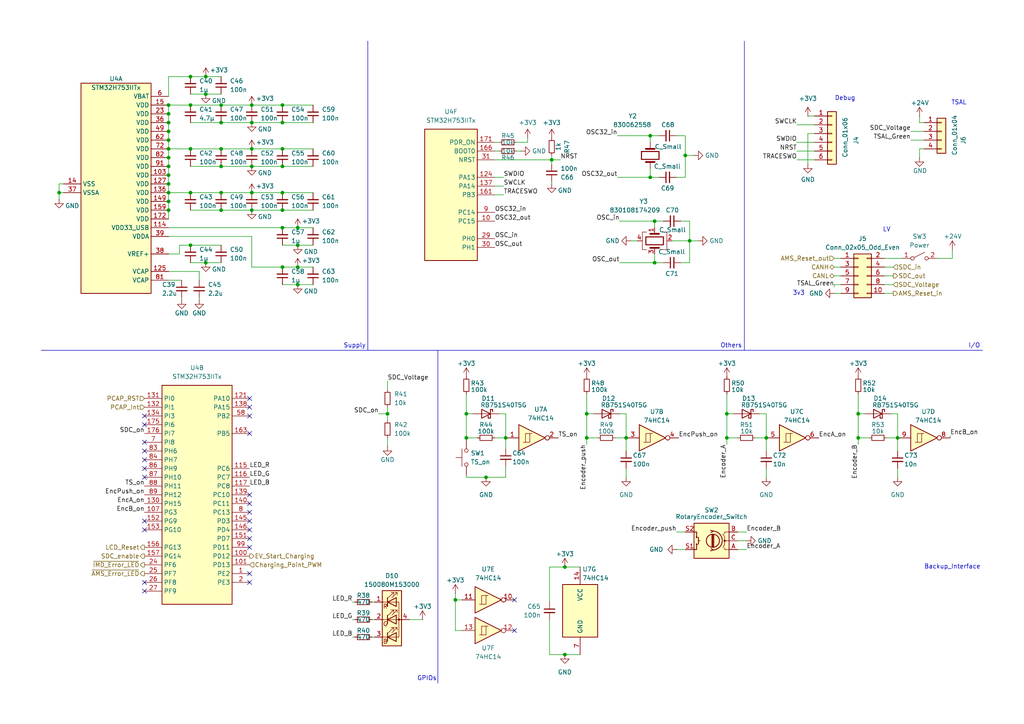
<source format=kicad_sch>
(kicad_sch
	(version 20231120)
	(generator "eeschema")
	(generator_version "8.0")
	(uuid "35b8a975-a1f8-4a47-8395-8e1ea283b386")
	(paper "A4")
	
	(junction
		(at 210.82 127)
		(diameter 0)
		(color 0 0 0 0)
		(uuid "03054f2e-9208-4716-83d7-1967059eae49")
	)
	(junction
		(at 170.18 120.015)
		(diameter 0)
		(color 0 0 0 0)
		(uuid "04edc9c4-6ba3-413b-80a1-5be3abfb178c")
	)
	(junction
		(at 48.895 58.42)
		(diameter 0)
		(color 0 0 0 0)
		(uuid "0639ff6d-0fa4-4a92-9101-ae69b2e89fd2")
	)
	(junction
		(at 135.255 127)
		(diameter 0)
		(color 0 0 0 0)
		(uuid "0da62957-c2c4-4942-91bd-ffb8d4251c5e")
	)
	(junction
		(at 59.69 22.225)
		(diameter 0)
		(color 0 0 0 0)
		(uuid "0fb52946-5285-4acc-80fc-8023aaa28b8f")
	)
	(junction
		(at 55.245 30.48)
		(diameter 0)
		(color 0 0 0 0)
		(uuid "1277a601-4d5f-42fb-a0c5-a1f18ba0016e")
	)
	(junction
		(at 260.35 127)
		(diameter 0)
		(color 0 0 0 0)
		(uuid "1ec9d057-6b69-4bff-b2f9-d0b216a47459")
	)
	(junction
		(at 181.61 127)
		(diameter 0)
		(color 0 0 0 0)
		(uuid "1fbd7fc5-8c6d-4ada-afcb-22c60ceb9e34")
	)
	(junction
		(at 132.08 173.99)
		(diameter 0)
		(color 0 0 0 0)
		(uuid "2372f2f0-8b6b-4ba0-8156-48184e2d7c4f")
	)
	(junction
		(at 163.83 164.465)
		(diameter 0)
		(color 0 0 0 0)
		(uuid "32af624e-2218-4443-87a1-2186e9d667d8")
	)
	(junction
		(at 248.92 120.015)
		(diameter 0)
		(color 0 0 0 0)
		(uuid "37d9dbe4-82b9-4615-805a-2f19a542c56e")
	)
	(junction
		(at 170.18 127)
		(diameter 0)
		(color 0 0 0 0)
		(uuid "384fafa7-2dc2-475f-b12a-20aa52e1d930")
	)
	(junction
		(at 112.395 120.015)
		(diameter 0)
		(color 0 0 0 0)
		(uuid "38d409b5-2312-4643-b1fc-fd0131fce598")
	)
	(junction
		(at 55.245 55.88)
		(diameter 0)
		(color 0 0 0 0)
		(uuid "3a44a5b6-35e6-477b-bf34-724cef99df7e")
	)
	(junction
		(at 48.895 30.48)
		(diameter 0)
		(color 0 0 0 0)
		(uuid "3b2e415b-e57a-4f5e-b680-987d6e0ee75d")
	)
	(junction
		(at 64.135 43.18)
		(diameter 0)
		(color 0 0 0 0)
		(uuid "412c5816-2822-46ca-a32f-61cb431bfe1e")
	)
	(junction
		(at 48.895 33.02)
		(diameter 0)
		(color 0 0 0 0)
		(uuid "430d2d22-0f07-45e6-a066-ebb18e98b45d")
	)
	(junction
		(at 81.915 77.47)
		(diameter 0)
		(color 0 0 0 0)
		(uuid "432f5d77-435d-4ec6-8d84-c3578eca972e")
	)
	(junction
		(at 73.025 48.26)
		(diameter 0)
		(color 0 0 0 0)
		(uuid "43f5a8a8-38be-4f74-81aa-71bbc42e5709")
	)
	(junction
		(at 248.92 127)
		(diameter 0)
		(color 0 0 0 0)
		(uuid "46587df5-c4cb-464f-b081-46b2e985f2df")
	)
	(junction
		(at 86.36 82.55)
		(diameter 0)
		(color 0 0 0 0)
		(uuid "4904ae19-57ee-4766-a793-026af6184969")
	)
	(junction
		(at 48.895 55.88)
		(diameter 0)
		(color 0 0 0 0)
		(uuid "4a33e8c1-b15f-4db0-b29d-1dd2148aad9a")
	)
	(junction
		(at 73.025 55.88)
		(diameter 0)
		(color 0 0 0 0)
		(uuid "4bd9b2ee-526d-4e54-8543-852c7a6f1074")
	)
	(junction
		(at 48.895 38.1)
		(diameter 0)
		(color 0 0 0 0)
		(uuid "4bef900f-dc66-42af-b560-e8cc8d6a6bce")
	)
	(junction
		(at 48.895 35.56)
		(diameter 0)
		(color 0 0 0 0)
		(uuid "4c2b925c-0792-420d-8f18-1f562d9b6ba2")
	)
	(junction
		(at 86.36 71.12)
		(diameter 0)
		(color 0 0 0 0)
		(uuid "4ff38491-b732-4bec-930a-4ca407ceb858")
	)
	(junction
		(at 198.755 45.085)
		(diameter 0)
		(color 0 0 0 0)
		(uuid "556ed635-fced-44e3-845c-f708c990d149")
	)
	(junction
		(at 163.83 189.865)
		(diameter 0)
		(color 0 0 0 0)
		(uuid "57546ade-761b-45ef-9890-daec7eb5d082")
	)
	(junction
		(at 81.915 66.04)
		(diameter 0)
		(color 0 0 0 0)
		(uuid "58f143f7-5a5b-4ff8-89cf-03a63964eb53")
	)
	(junction
		(at 189.865 64.135)
		(diameter 0)
		(color 0 0 0 0)
		(uuid "592f8bd9-4310-4fe4-b840-3718d5a08ff0")
	)
	(junction
		(at 73.025 35.56)
		(diameter 0)
		(color 0 0 0 0)
		(uuid "5a46c399-0f9f-4049-86b9-32bfb792b0a4")
	)
	(junction
		(at 55.245 22.225)
		(diameter 0)
		(color 0 0 0 0)
		(uuid "5ee7831a-b9cd-4699-8b90-ccd7a33a516a")
	)
	(junction
		(at 81.915 60.96)
		(diameter 0)
		(color 0 0 0 0)
		(uuid "62af3ba4-2380-4137-9c4c-8f703fa148db")
	)
	(junction
		(at 222.25 127)
		(diameter 0)
		(color 0 0 0 0)
		(uuid "68357784-7318-43f3-becd-152fcf669e7d")
	)
	(junction
		(at 73.025 30.48)
		(diameter 0)
		(color 0 0 0 0)
		(uuid "6b4ae941-68bd-4806-b564-6051c3e374f6")
	)
	(junction
		(at 48.895 45.72)
		(diameter 0)
		(color 0 0 0 0)
		(uuid "6e7d6e8b-008e-46f2-97bf-300e301fcdc5")
	)
	(junction
		(at 59.69 27.305)
		(diameter 0)
		(color 0 0 0 0)
		(uuid "84972f59-b0b8-441f-aae9-7917b0ac015f")
	)
	(junction
		(at 73.025 43.18)
		(diameter 0)
		(color 0 0 0 0)
		(uuid "84d185bd-171c-460f-91bf-66aa757880e7")
	)
	(junction
		(at 64.135 35.56)
		(diameter 0)
		(color 0 0 0 0)
		(uuid "8a3e42ba-433e-476e-bec8-923cd84f46fb")
	)
	(junction
		(at 48.895 50.8)
		(diameter 0)
		(color 0 0 0 0)
		(uuid "93864b3d-3224-4702-bf3d-2ed04340069c")
	)
	(junction
		(at 86.36 77.47)
		(diameter 0)
		(color 0 0 0 0)
		(uuid "9e0818cf-2913-43d0-81ad-5fd7c6a3ddb1")
	)
	(junction
		(at 140.97 138.43)
		(diameter 0)
		(color 0 0 0 0)
		(uuid "a2af58c6-5f1e-4b3e-b0c0-12a279005486")
	)
	(junction
		(at 64.135 48.26)
		(diameter 0)
		(color 0 0 0 0)
		(uuid "a8da62c7-b5b2-4a05-8568-ce944b258201")
	)
	(junction
		(at 189.865 76.2)
		(diameter 0)
		(color 0 0 0 0)
		(uuid "ac9f37a4-8446-4a5b-a6ff-9f608799a097")
	)
	(junction
		(at 48.895 48.26)
		(diameter 0)
		(color 0 0 0 0)
		(uuid "b510fd1a-117a-465f-a751-9a561bd2ac96")
	)
	(junction
		(at 48.895 40.64)
		(diameter 0)
		(color 0 0 0 0)
		(uuid "b530e2a2-741c-4c76-ace0-7d60e6d206ce")
	)
	(junction
		(at 135.255 120.015)
		(diameter 0)
		(color 0 0 0 0)
		(uuid "b5323042-cbc4-4c6d-8b55-da362d9db400")
	)
	(junction
		(at 81.915 55.88)
		(diameter 0)
		(color 0 0 0 0)
		(uuid "bca7b570-75fa-40a7-a5dd-b415eee9e6fa")
	)
	(junction
		(at 81.915 48.26)
		(diameter 0)
		(color 0 0 0 0)
		(uuid "bcf0274b-9b82-4ddd-b442-da13a9d22e46")
	)
	(junction
		(at 55.245 71.12)
		(diameter 0)
		(color 0 0 0 0)
		(uuid "bdeb1722-eb35-4647-a7e0-350ed2e01785")
	)
	(junction
		(at 200.025 69.85)
		(diameter 0)
		(color 0 0 0 0)
		(uuid "c2234057-b903-484a-a2e3-a32a8859901c")
	)
	(junction
		(at 73.025 60.96)
		(diameter 0)
		(color 0 0 0 0)
		(uuid "c55b6c0a-705b-4ad7-afc8-beda683bc62e")
	)
	(junction
		(at 55.245 43.18)
		(diameter 0)
		(color 0 0 0 0)
		(uuid "ced6b67c-b589-447b-b173-eb3d5278bd77")
	)
	(junction
		(at 86.36 66.04)
		(diameter 0)
		(color 0 0 0 0)
		(uuid "ceeeb9fd-c3cf-438c-9822-df85739f3524")
	)
	(junction
		(at 160.02 46.355)
		(diameter 0)
		(color 0 0 0 0)
		(uuid "d01fb329-49c1-4312-9a86-8c2522e92a75")
	)
	(junction
		(at 188.595 51.435)
		(diameter 0)
		(color 0 0 0 0)
		(uuid "d62f36d0-5342-483c-96b2-d979dd1cfd28")
	)
	(junction
		(at 188.595 39.37)
		(diameter 0)
		(color 0 0 0 0)
		(uuid "d7b6fc6c-855c-4ad5-b8db-ffb1631d4d8e")
	)
	(junction
		(at 17.145 55.88)
		(diameter 0)
		(color 0 0 0 0)
		(uuid "da4a391a-8756-4bbe-ad5d-6a5d7cc0698f")
	)
	(junction
		(at 59.69 76.2)
		(diameter 0)
		(color 0 0 0 0)
		(uuid "dc976682-daa7-427b-b632-e4e6f1b2f4a5")
	)
	(junction
		(at 146.685 127)
		(diameter 0)
		(color 0 0 0 0)
		(uuid "ddd035ed-81df-49e3-9245-82755440f4a5")
	)
	(junction
		(at 48.895 53.34)
		(diameter 0)
		(color 0 0 0 0)
		(uuid "e0d34c7c-a2c8-4d45-a4be-7edc074c7759")
	)
	(junction
		(at 210.82 120.015)
		(diameter 0)
		(color 0 0 0 0)
		(uuid "e28988d6-1ee7-4e20-9f02-35f81af9ff26")
	)
	(junction
		(at 81.915 30.48)
		(diameter 0)
		(color 0 0 0 0)
		(uuid "e6ae9a3e-d48c-4e18-9235-74fe81b4c978")
	)
	(junction
		(at 48.895 60.96)
		(diameter 0)
		(color 0 0 0 0)
		(uuid "eea696d1-0980-4f7d-9ba9-1ff3dcb2b606")
	)
	(junction
		(at 64.135 55.88)
		(diameter 0)
		(color 0 0 0 0)
		(uuid "f3f74bf6-10b1-4218-bfb6-61ef3118c054")
	)
	(junction
		(at 64.135 60.96)
		(diameter 0)
		(color 0 0 0 0)
		(uuid "f5150f2b-4683-49e5-a470-3066104142ee")
	)
	(junction
		(at 48.895 43.18)
		(diameter 0)
		(color 0 0 0 0)
		(uuid "f5abb69e-3023-40b6-8c88-ffed31815111")
	)
	(junction
		(at 64.135 30.48)
		(diameter 0)
		(color 0 0 0 0)
		(uuid "f71381d7-d154-4117-8ffa-0d9e641e8953")
	)
	(junction
		(at 81.915 43.18)
		(diameter 0)
		(color 0 0 0 0)
		(uuid "fa07ce36-60e8-4ebb-8b80-5cc0f863054d")
	)
	(junction
		(at 81.915 35.56)
		(diameter 0)
		(color 0 0 0 0)
		(uuid "fea021c6-6169-4cbd-bd9b-0c0e6e7bdfc0")
	)
	(no_connect
		(at 72.39 153.67)
		(uuid "0979849e-710e-47b6-86d7-e9c688b9aa11")
	)
	(no_connect
		(at 72.39 143.51)
		(uuid "13083978-a433-486d-9ce7-3968dc7190da")
	)
	(no_connect
		(at 41.91 123.19)
		(uuid "146ce1fc-bec7-4dc3-ab48-bc46d796fe51")
	)
	(no_connect
		(at 72.39 166.37)
		(uuid "184e0b37-2f9c-4056-97b4-ef1a017e4ee4")
	)
	(no_connect
		(at 41.91 168.91)
		(uuid "1ab33352-5df0-41d3-8a2b-70622302d93e")
	)
	(no_connect
		(at 72.39 168.91)
		(uuid "280c6123-36ed-4032-a8fb-23625e9cbf40")
	)
	(no_connect
		(at 149.225 182.88)
		(uuid "29403ca2-cc18-4015-b634-200487c369b9")
	)
	(no_connect
		(at 72.39 118.11)
		(uuid "3071b2a9-834c-4d88-bf39-2726c506937e")
	)
	(no_connect
		(at 72.39 156.21)
		(uuid "4f5fb956-ecd3-4e6a-b104-4f11672ec02d")
	)
	(no_connect
		(at 72.39 115.57)
		(uuid "554342c8-e8a6-401a-9844-51d2683b8c11")
	)
	(no_connect
		(at 72.39 148.59)
		(uuid "56d7413a-87a1-4ad6-8dbd-0da9468a8192")
	)
	(no_connect
		(at 41.91 153.67)
		(uuid "5cb0fac4-5588-43dd-a51e-c4f003bc7824")
	)
	(no_connect
		(at 41.91 171.45)
		(uuid "7e0e686d-2fb2-4695-9b96-f6d8257bde24")
	)
	(no_connect
		(at 149.225 173.99)
		(uuid "8cf95af1-9033-42fe-8297-3430137568f8")
	)
	(no_connect
		(at 72.39 146.05)
		(uuid "9c567fc2-914f-47ce-9a54-4d0e0f7c77a2")
	)
	(no_connect
		(at 72.39 125.73)
		(uuid "ae028c46-c4c0-44a8-ab15-5a3221e64571")
	)
	(no_connect
		(at 41.91 120.65)
		(uuid "bf91d5ab-3192-49f6-a0f3-cb8a4dc750a6")
	)
	(no_connect
		(at 41.91 138.43)
		(uuid "c17d3ccd-81ba-4fdd-af5d-4cffde13a405")
	)
	(no_connect
		(at 41.91 133.35)
		(uuid "c2dec42b-d8b6-4fba-8ad8-3058ad41867c")
	)
	(no_connect
		(at 41.91 130.81)
		(uuid "cb35255e-15c1-4414-bab0-36e7e6123437")
	)
	(no_connect
		(at 72.39 120.65)
		(uuid "cf225bd0-a812-4259-9c6d-76bce07b2df2")
	)
	(no_connect
		(at 41.91 135.89)
		(uuid "cf870591-39f4-4cb8-9b41-ec579bc32917")
	)
	(no_connect
		(at 41.91 151.13)
		(uuid "d187bd36-9147-40e9-9890-05ffb8be5838")
	)
	(no_connect
		(at 72.39 151.13)
		(uuid "d5239edf-0fe6-4ff8-9543-8df84bbc6dc6")
	)
	(no_connect
		(at 41.91 128.27)
		(uuid "d944d886-a214-438d-bf39-c2249697a1c3")
	)
	(no_connect
		(at 72.39 158.75)
		(uuid "e38f9f38-fab1-4a5d-8735-35ab6dacc3c2")
	)
	(wire
		(pts
			(xy 17.145 53.34) (xy 17.145 55.88)
		)
		(stroke
			(width 0)
			(type default)
		)
		(uuid "032e93c1-425f-4fcb-aba6-03ae1c74082b")
	)
	(wire
		(pts
			(xy 48.895 48.26) (xy 48.895 50.8)
		)
		(stroke
			(width 0)
			(type default)
		)
		(uuid "04debeef-549a-4c39-927b-69f1f0139e70")
	)
	(wire
		(pts
			(xy 102.235 184.785) (xy 102.87 184.785)
		)
		(stroke
			(width 0)
			(type default)
		)
		(uuid "05c2eb4c-a567-4a7b-9a8b-6cba89516905")
	)
	(wire
		(pts
			(xy 163.83 164.465) (xy 159.385 164.465)
		)
		(stroke
			(width 0)
			(type default)
		)
		(uuid "07a82d9a-9ca8-4d08-8726-f180541b7083")
	)
	(wire
		(pts
			(xy 81.915 82.55) (xy 86.36 82.55)
		)
		(stroke
			(width 0)
			(type default)
		)
		(uuid "0897e0f0-120b-400e-bb14-897e40e7b02d")
	)
	(wire
		(pts
			(xy 48.895 43.18) (xy 48.895 45.72)
		)
		(stroke
			(width 0)
			(type default)
		)
		(uuid "097118d6-edc8-4348-b70f-10344c435092")
	)
	(wire
		(pts
			(xy 276.225 74.93) (xy 271.78 74.93)
		)
		(stroke
			(width 0)
			(type default)
		)
		(uuid "0abfaed6-42e2-4ebd-ac06-07b93585aba9")
	)
	(wire
		(pts
			(xy 210.82 127) (xy 210.82 120.015)
		)
		(stroke
			(width 0)
			(type default)
		)
		(uuid "0acb257e-2494-4ba3-9e68-77f675c74b58")
	)
	(wire
		(pts
			(xy 132.08 173.99) (xy 133.985 173.99)
		)
		(stroke
			(width 0)
			(type default)
		)
		(uuid "0c12a21c-7010-4ff8-acfb-f02a5c09dbb8")
	)
	(wire
		(pts
			(xy 198.755 39.37) (xy 196.215 39.37)
		)
		(stroke
			(width 0)
			(type default)
		)
		(uuid "0f6e8366-0d81-4da7-9f30-62173a06d853")
	)
	(wire
		(pts
			(xy 179.07 51.435) (xy 188.595 51.435)
		)
		(stroke
			(width 0)
			(type default)
		)
		(uuid "0f761e8c-44a9-43ba-8303-ba52fba04da2")
	)
	(wire
		(pts
			(xy 81.915 30.48) (xy 90.805 30.48)
		)
		(stroke
			(width 0)
			(type default)
		)
		(uuid "0fa1f5e0-0ffe-4f7d-bf74-e541cdb35448")
	)
	(wire
		(pts
			(xy 55.245 27.305) (xy 59.69 27.305)
		)
		(stroke
			(width 0)
			(type default)
		)
		(uuid "104524c5-4e85-46bb-8fcf-6e42d9b60b65")
	)
	(wire
		(pts
			(xy 196.215 154.305) (xy 198.755 154.305)
		)
		(stroke
			(width 0)
			(type default)
		)
		(uuid "10bcdded-64db-4cbe-937c-70873d7cfb8e")
	)
	(wire
		(pts
			(xy 188.595 48.895) (xy 188.595 51.435)
		)
		(stroke
			(width 0)
			(type default)
		)
		(uuid "11e88f10-3504-432d-b8ed-d3a2e1236c08")
	)
	(wire
		(pts
			(xy 159.385 179.705) (xy 159.385 189.865)
		)
		(stroke
			(width 0)
			(type default)
		)
		(uuid "12993ed2-1dc1-4d0e-86ff-959c1d8c40f6")
	)
	(wire
		(pts
			(xy 191.135 39.37) (xy 188.595 39.37)
		)
		(stroke
			(width 0)
			(type default)
		)
		(uuid "13465972-5b15-4360-a8d8-10dafd7f715f")
	)
	(wire
		(pts
			(xy 48.895 78.74) (xy 57.785 78.74)
		)
		(stroke
			(width 0)
			(type default)
		)
		(uuid "148b4878-4176-450e-a5d5-e6bfe383516f")
	)
	(wire
		(pts
			(xy 276.225 72.39) (xy 276.225 74.93)
		)
		(stroke
			(width 0)
			(type default)
		)
		(uuid "149f6158-2d55-4904-9005-6a7af8f5b0bd")
	)
	(wire
		(pts
			(xy 48.895 68.58) (xy 73.025 68.58)
		)
		(stroke
			(width 0)
			(type default)
		)
		(uuid "17aaff2b-efe1-44db-8c2b-80df99259895")
	)
	(wire
		(pts
			(xy 266.7 45.72) (xy 266.7 43.18)
		)
		(stroke
			(width 0)
			(type default)
		)
		(uuid "17af4a42-5d6e-4b1d-a623-823e298f89ff")
	)
	(wire
		(pts
			(xy 248.92 127) (xy 248.92 120.015)
		)
		(stroke
			(width 0)
			(type default)
		)
		(uuid "189cc12e-17f9-4ac7-a5e3-046d825e6b14")
	)
	(wire
		(pts
			(xy 86.36 66.04) (xy 90.805 66.04)
		)
		(stroke
			(width 0)
			(type default)
		)
		(uuid "1a1d5fa7-6a93-453f-bf03-bdc034a2e77b")
	)
	(wire
		(pts
			(xy 81.915 55.88) (xy 90.805 55.88)
		)
		(stroke
			(width 0)
			(type default)
		)
		(uuid "1c4dff5e-c946-4edf-b17e-21144a60469e")
	)
	(wire
		(pts
			(xy 241.935 77.47) (xy 243.84 77.47)
		)
		(stroke
			(width 0)
			(type default)
		)
		(uuid "1d2e0e02-2515-4d66-aeb3-65162d89a3f4")
	)
	(wire
		(pts
			(xy 153.035 41.275) (xy 149.86 41.275)
		)
		(stroke
			(width 0)
			(type default)
		)
		(uuid "1f04f8da-308f-4d4b-b645-ba6a9e3ab5d0")
	)
	(wire
		(pts
			(xy 64.135 30.48) (xy 73.025 30.48)
		)
		(stroke
			(width 0)
			(type default)
		)
		(uuid "1faf3668-c96e-4421-a896-b7c77f08f668")
	)
	(wire
		(pts
			(xy 48.895 81.28) (xy 52.705 81.28)
		)
		(stroke
			(width 0)
			(type default)
		)
		(uuid "1ffb5664-1168-4c3c-85d6-4fdbdf0c4e6e")
	)
	(wire
		(pts
			(xy 264.16 38.1) (xy 267.97 38.1)
		)
		(stroke
			(width 0)
			(type default)
		)
		(uuid "24d23fd4-dde8-468b-82b9-b8390fc82a84")
	)
	(wire
		(pts
			(xy 135.255 120.015) (xy 135.255 114.3)
		)
		(stroke
			(width 0)
			(type default)
		)
		(uuid "24dd2109-d885-4f25-9b95-438c9c83cf53")
	)
	(wire
		(pts
			(xy 179.705 76.2) (xy 189.865 76.2)
		)
		(stroke
			(width 0)
			(type default)
		)
		(uuid "253dfb7b-e994-492e-9366-0b579cd2b921")
	)
	(wire
		(pts
			(xy 143.51 56.515) (xy 146.05 56.515)
		)
		(stroke
			(width 0)
			(type default)
		)
		(uuid "2648ca35-0d3b-41fc-a0c7-4426c47646af")
	)
	(wire
		(pts
			(xy 178.435 127) (xy 181.61 127)
		)
		(stroke
			(width 0)
			(type default)
		)
		(uuid "2648ed24-8d46-4019-81af-59cb3d3be6ef")
	)
	(wire
		(pts
			(xy 160.02 45.085) (xy 160.02 46.355)
		)
		(stroke
			(width 0)
			(type default)
		)
		(uuid "26c33951-823a-4537-8b37-6d067360a301")
	)
	(wire
		(pts
			(xy 181.61 127) (xy 181.61 130.81)
		)
		(stroke
			(width 0)
			(type default)
		)
		(uuid "2cdd5f51-0d96-4792-81bb-d51b64b09cb3")
	)
	(wire
		(pts
			(xy 48.895 22.225) (xy 55.245 22.225)
		)
		(stroke
			(width 0)
			(type default)
		)
		(uuid "309416c5-01a5-479d-b151-4aa15c679aae")
	)
	(wire
		(pts
			(xy 73.025 77.47) (xy 81.915 77.47)
		)
		(stroke
			(width 0)
			(type default)
		)
		(uuid "310b3c16-f636-42e3-92d9-8323bba36848")
	)
	(wire
		(pts
			(xy 64.135 35.56) (xy 73.025 35.56)
		)
		(stroke
			(width 0)
			(type default)
		)
		(uuid "330ea2aa-85e8-4ceb-99f4-7100f8ce0417")
	)
	(wire
		(pts
			(xy 160.02 46.355) (xy 162.56 46.355)
		)
		(stroke
			(width 0)
			(type default)
		)
		(uuid "347806f3-c012-4e14-b373-8933bd8734e0")
	)
	(wire
		(pts
			(xy 59.69 22.225) (xy 64.135 22.225)
		)
		(stroke
			(width 0)
			(type default)
		)
		(uuid "36718045-fcd1-41c9-be9f-27d2b1210fea")
	)
	(wire
		(pts
			(xy 64.135 55.88) (xy 73.025 55.88)
		)
		(stroke
			(width 0)
			(type default)
		)
		(uuid "36d2f170-42d7-42b6-bedf-1e807c2cdfa4")
	)
	(wire
		(pts
			(xy 132.08 182.88) (xy 133.985 182.88)
		)
		(stroke
			(width 0)
			(type default)
		)
		(uuid "37e53374-fbe2-4c94-9df6-af2d252aceb1")
	)
	(wire
		(pts
			(xy 212.725 120.015) (xy 210.82 120.015)
		)
		(stroke
			(width 0)
			(type default)
		)
		(uuid "3d2600c5-4b7c-4f1d-afa3-11b5c6dcb5c5")
	)
	(wire
		(pts
			(xy 48.895 40.64) (xy 48.895 43.18)
		)
		(stroke
			(width 0)
			(type default)
		)
		(uuid "3ef07bc0-0d1b-4958-a3ce-4224cfe09f5c")
	)
	(wire
		(pts
			(xy 143.51 43.815) (xy 144.78 43.815)
		)
		(stroke
			(width 0)
			(type default)
		)
		(uuid "403943a3-7606-4350-b9f9-7a83a426e950")
	)
	(wire
		(pts
			(xy 55.245 71.12) (xy 64.135 71.12)
		)
		(stroke
			(width 0)
			(type default)
		)
		(uuid "41a4017a-ed14-481c-94d2-358f975fdabf")
	)
	(wire
		(pts
			(xy 146.685 135.255) (xy 146.685 138.43)
		)
		(stroke
			(width 0)
			(type default)
		)
		(uuid "42a6c1c1-0bec-4a64-ba97-022485632b2c")
	)
	(wire
		(pts
			(xy 196.215 159.385) (xy 198.755 159.385)
		)
		(stroke
			(width 0)
			(type default)
		)
		(uuid "45efd4b5-380f-4cd4-904f-cf4fa9f9daec")
	)
	(wire
		(pts
			(xy 86.36 77.47) (xy 90.805 77.47)
		)
		(stroke
			(width 0)
			(type default)
		)
		(uuid "4744999c-668b-4ef7-aadc-3605c6b773bc")
	)
	(wire
		(pts
			(xy 181.61 120.015) (xy 179.705 120.015)
		)
		(stroke
			(width 0)
			(type default)
		)
		(uuid "49c65d79-8bc2-442d-ab86-201154fc87cc")
	)
	(wire
		(pts
			(xy 241.935 82.55) (xy 243.84 82.55)
		)
		(stroke
			(width 0)
			(type default)
		)
		(uuid "4a8c75fc-97c8-4a4c-ae30-d2dd3740701b")
	)
	(wire
		(pts
			(xy 81.915 66.04) (xy 86.36 66.04)
		)
		(stroke
			(width 0)
			(type default)
		)
		(uuid "4b920d01-933a-491c-99e7-03b14beb823a")
	)
	(wire
		(pts
			(xy 18.415 55.88) (xy 17.145 55.88)
		)
		(stroke
			(width 0)
			(type default)
		)
		(uuid "4d5c3bc0-56ca-42fc-9e4b-f425c7170797")
	)
	(wire
		(pts
			(xy 52.07 73.66) (xy 52.07 71.12)
		)
		(stroke
			(width 0)
			(type default)
		)
		(uuid "50907a1c-ae3b-4cb2-8b1f-a2bbd698e6e7")
	)
	(wire
		(pts
			(xy 198.755 45.085) (xy 198.755 39.37)
		)
		(stroke
			(width 0)
			(type default)
		)
		(uuid "50b98742-cad0-4c19-a7a0-a62a29ac5fcc")
	)
	(wire
		(pts
			(xy 222.25 120.015) (xy 220.345 120.015)
		)
		(stroke
			(width 0)
			(type default)
		)
		(uuid "5191c369-027d-4092-b2b8-93d2603c665e")
	)
	(wire
		(pts
			(xy 260.35 135.89) (xy 260.35 138.43)
		)
		(stroke
			(width 0)
			(type default)
		)
		(uuid "5248ae66-747b-402d-b1e1-3923ddbceb53")
	)
	(wire
		(pts
			(xy 112.395 129.54) (xy 112.395 127)
		)
		(stroke
			(width 0)
			(type default)
		)
		(uuid "55392592-7026-4f7e-ac69-d16b34d6c332")
	)
	(wire
		(pts
			(xy 192.405 64.135) (xy 189.865 64.135)
		)
		(stroke
			(width 0)
			(type default)
		)
		(uuid "555e9d66-742b-4eec-a060-e02888a73929")
	)
	(wire
		(pts
			(xy 146.685 127) (xy 146.685 120.015)
		)
		(stroke
			(width 0)
			(type default)
		)
		(uuid "55cfb840-558a-4935-83f9-4eb19eacb4b8")
	)
	(wire
		(pts
			(xy 143.51 51.435) (xy 146.05 51.435)
		)
		(stroke
			(width 0)
			(type default)
		)
		(uuid "57d04a43-6d2e-4867-91ea-a8b774abf2a0")
	)
	(wire
		(pts
			(xy 189.865 64.135) (xy 189.865 66.04)
		)
		(stroke
			(width 0)
			(type default)
		)
		(uuid "5a7fb71b-fa03-4ad2-9d6d-61e0ee9e0398")
	)
	(wire
		(pts
			(xy 59.69 76.2) (xy 64.135 76.2)
		)
		(stroke
			(width 0)
			(type default)
		)
		(uuid "5aff9e20-a3fa-44e2-b265-1bacc7296e59")
	)
	(polyline
		(pts
			(xy 215.9 11.938) (xy 215.9 101.6)
		)
		(stroke
			(width 0)
			(type default)
		)
		(uuid "5d5a5bf6-27d1-48b9-96a5-b3ec58aa8e29")
	)
	(wire
		(pts
			(xy 160.02 47.625) (xy 160.02 46.355)
		)
		(stroke
			(width 0)
			(type default)
		)
		(uuid "60b71a6b-1157-4946-bc97-0a3329be562e")
	)
	(wire
		(pts
			(xy 163.83 189.865) (xy 168.275 189.865)
		)
		(stroke
			(width 0)
			(type default)
		)
		(uuid "6135ec72-54f1-443e-a5b5-c37342bd387e")
	)
	(wire
		(pts
			(xy 107.95 179.705) (xy 108.585 179.705)
		)
		(stroke
			(width 0)
			(type default)
		)
		(uuid "62b842d4-cccf-48c1-93fb-672495a4281c")
	)
	(wire
		(pts
			(xy 73.025 30.48) (xy 81.915 30.48)
		)
		(stroke
			(width 0)
			(type default)
		)
		(uuid "6303d52b-100d-46f3-a928-30836b82f1cc")
	)
	(wire
		(pts
			(xy 81.915 48.26) (xy 90.805 48.26)
		)
		(stroke
			(width 0)
			(type default)
		)
		(uuid "6396b971-f44f-406f-9e4e-0613cb6bf000")
	)
	(wire
		(pts
			(xy 135.255 127.635) (xy 135.255 127)
		)
		(stroke
			(width 0)
			(type default)
		)
		(uuid "64e3a189-c1ad-459d-995d-a0035f523f27")
	)
	(wire
		(pts
			(xy 112.395 120.015) (xy 109.855 120.015)
		)
		(stroke
			(width 0)
			(type default)
		)
		(uuid "6625ace8-7df0-49fe-be18-552f69797353")
	)
	(wire
		(pts
			(xy 55.245 35.56) (xy 64.135 35.56)
		)
		(stroke
			(width 0)
			(type default)
		)
		(uuid "6806237e-7ade-4701-8b03-154f1dcd585d")
	)
	(wire
		(pts
			(xy 48.895 55.88) (xy 48.895 58.42)
		)
		(stroke
			(width 0)
			(type default)
		)
		(uuid "6a586c9f-68a8-4812-82a9-a5e31d2a3515")
	)
	(wire
		(pts
			(xy 170.18 127) (xy 170.18 120.015)
		)
		(stroke
			(width 0)
			(type default)
		)
		(uuid "6be6246e-4199-4714-be23-b158dcd26c83")
	)
	(wire
		(pts
			(xy 170.18 120.015) (xy 170.18 114.3)
		)
		(stroke
			(width 0)
			(type default)
		)
		(uuid "6d08ff60-dd10-45f6-8a05-095ee98a5730")
	)
	(wire
		(pts
			(xy 118.745 179.705) (xy 122.555 179.705)
		)
		(stroke
			(width 0)
			(type default)
		)
		(uuid "6d45df03-d4db-468d-b940-85424d61490f")
	)
	(wire
		(pts
			(xy 153.035 40.005) (xy 153.035 41.275)
		)
		(stroke
			(width 0)
			(type default)
		)
		(uuid "6d4f3bce-43e5-4382-80fd-e1bf727cadaf")
	)
	(wire
		(pts
			(xy 264.16 40.64) (xy 267.97 40.64)
		)
		(stroke
			(width 0)
			(type default)
		)
		(uuid "6e4c3d8c-0039-454c-9ed5-ebed97a25dfd")
	)
	(wire
		(pts
			(xy 200.025 76.2) (xy 200.025 69.85)
		)
		(stroke
			(width 0)
			(type default)
		)
		(uuid "6e65cf2f-79a8-42d3-a1d9-dc3348bdfd63")
	)
	(wire
		(pts
			(xy 260.35 127) (xy 260.35 130.81)
		)
		(stroke
			(width 0)
			(type default)
		)
		(uuid "6ef6778b-bc85-4d70-ac90-14af113f39b0")
	)
	(wire
		(pts
			(xy 234.315 38.735) (xy 236.22 38.735)
		)
		(stroke
			(width 0)
			(type default)
		)
		(uuid "6f73b510-add9-447a-a656-606690f47875")
	)
	(wire
		(pts
			(xy 189.865 76.2) (xy 192.405 76.2)
		)
		(stroke
			(width 0)
			(type default)
		)
		(uuid "703d9349-c8a4-4a59-8d3d-5b12a6be4b90")
	)
	(wire
		(pts
			(xy 181.61 135.89) (xy 181.61 138.43)
		)
		(stroke
			(width 0)
			(type default)
		)
		(uuid "72e34599-0c42-46a0-9c0b-77a570bf18de")
	)
	(wire
		(pts
			(xy 52.07 71.12) (xy 55.245 71.12)
		)
		(stroke
			(width 0)
			(type default)
		)
		(uuid "73b6ecd5-6c6d-4016-bd27-0a2d8d9f1dcb")
	)
	(wire
		(pts
			(xy 222.25 135.89) (xy 222.25 138.43)
		)
		(stroke
			(width 0)
			(type default)
		)
		(uuid "758d34b8-5e0c-4d3e-a8e7-0bf6f0655aa8")
	)
	(wire
		(pts
			(xy 81.915 77.47) (xy 86.36 77.47)
		)
		(stroke
			(width 0)
			(type default)
		)
		(uuid "75c1b770-6d91-48ed-b5bb-2a7474ec1302")
	)
	(wire
		(pts
			(xy 248.92 120.015) (xy 248.92 114.3)
		)
		(stroke
			(width 0)
			(type default)
		)
		(uuid "75c4b408-7bb5-4316-be8b-144dfb3a0679")
	)
	(wire
		(pts
			(xy 81.915 35.56) (xy 90.805 35.56)
		)
		(stroke
			(width 0)
			(type default)
		)
		(uuid "79b4f1a0-ad3e-42ad-8d4d-96fdacee2d98")
	)
	(wire
		(pts
			(xy 222.25 127) (xy 222.25 120.015)
		)
		(stroke
			(width 0)
			(type default)
		)
		(uuid "7a70a435-d0a5-4728-9fe3-488b103c0ff1")
	)
	(wire
		(pts
			(xy 48.895 73.66) (xy 52.07 73.66)
		)
		(stroke
			(width 0)
			(type default)
		)
		(uuid "7af938fc-d107-4e8b-b420-77fc02771c52")
	)
	(wire
		(pts
			(xy 275.59 127) (xy 275.59 126.365)
		)
		(stroke
			(width 0)
			(type default)
		)
		(uuid "7f725b4f-659d-48ef-a319-985a2cbfb908")
	)
	(wire
		(pts
			(xy 219.075 127) (xy 222.25 127)
		)
		(stroke
			(width 0)
			(type default)
		)
		(uuid "839b782e-28ab-428d-b1be-7822af7b71cb")
	)
	(wire
		(pts
			(xy 179.705 64.135) (xy 189.865 64.135)
		)
		(stroke
			(width 0)
			(type default)
		)
		(uuid "83a55d68-4ab7-4179-9354-0c5cc77b1c73")
	)
	(wire
		(pts
			(xy 64.135 48.26) (xy 73.025 48.26)
		)
		(stroke
			(width 0)
			(type default)
		)
		(uuid "84e3fdd0-3727-441e-a756-9e0c64b0f45f")
	)
	(polyline
		(pts
			(xy 106.68 11.938) (xy 106.68 101.6)
		)
		(stroke
			(width 0)
			(type default)
		)
		(uuid "84f38b85-0f5d-4a4b-80bb-696a14d4aafa")
	)
	(wire
		(pts
			(xy 140.97 138.43) (xy 146.685 138.43)
		)
		(stroke
			(width 0)
			(type default)
		)
		(uuid "86313ec9-c45c-40da-8b43-e3bfab508203")
	)
	(wire
		(pts
			(xy 248.92 127) (xy 252.095 127)
		)
		(stroke
			(width 0)
			(type default)
		)
		(uuid "86947a20-bfbb-470f-ade3-d9f6007b69ac")
	)
	(wire
		(pts
			(xy 143.51 53.975) (xy 146.05 53.975)
		)
		(stroke
			(width 0)
			(type default)
		)
		(uuid "88b8f5b6-3715-41e0-a3a8-0d0e3a6c1e02")
	)
	(wire
		(pts
			(xy 168.275 164.465) (xy 163.83 164.465)
		)
		(stroke
			(width 0)
			(type default)
		)
		(uuid "89e32d00-bc94-4885-82e0-5dd30728688e")
	)
	(wire
		(pts
			(xy 48.895 66.04) (xy 81.915 66.04)
		)
		(stroke
			(width 0)
			(type default)
		)
		(uuid "8b6d86c8-a76b-4172-a3e3-318a9ff50aa3")
	)
	(polyline
		(pts
			(xy 127 101.6) (xy 127 198.12)
		)
		(stroke
			(width 0)
			(type default)
		)
		(uuid "8bcf0b4a-6f01-4a5f-b0f5-c84531e850c3")
	)
	(wire
		(pts
			(xy 260.35 120.015) (xy 258.445 120.015)
		)
		(stroke
			(width 0)
			(type default)
		)
		(uuid "8c19e9ff-e4ef-4483-a680-8e6b2961edcb")
	)
	(wire
		(pts
			(xy 210.82 127) (xy 213.995 127)
		)
		(stroke
			(width 0)
			(type default)
		)
		(uuid "8c3414c8-1f18-4d52-9d18-92efb010e968")
	)
	(wire
		(pts
			(xy 102.235 174.625) (xy 102.87 174.625)
		)
		(stroke
			(width 0)
			(type default)
		)
		(uuid "8ebbf762-fbce-49fe-bfeb-dcdacafb24c4")
	)
	(wire
		(pts
			(xy 231.14 41.275) (xy 236.22 41.275)
		)
		(stroke
			(width 0)
			(type default)
		)
		(uuid "9010c615-b8dc-48be-91ed-68e32181e1d7")
	)
	(wire
		(pts
			(xy 189.865 73.66) (xy 189.865 76.2)
		)
		(stroke
			(width 0)
			(type default)
		)
		(uuid "901b9b2d-ac73-44b7-895b-ec05897b6639")
	)
	(wire
		(pts
			(xy 200.025 69.85) (xy 202.565 69.85)
		)
		(stroke
			(width 0)
			(type default)
		)
		(uuid "9093e411-b067-4966-8fa8-328292f3ebea")
	)
	(wire
		(pts
			(xy 48.895 53.34) (xy 48.895 55.88)
		)
		(stroke
			(width 0)
			(type default)
		)
		(uuid "90b8ebde-31c8-4847-a287-5f7fd9675ba3")
	)
	(wire
		(pts
			(xy 243.84 85.09) (xy 241.935 85.09)
		)
		(stroke
			(width 0)
			(type default)
		)
		(uuid "91741062-b740-4586-b9f4-922451ae440c")
	)
	(wire
		(pts
			(xy 170.18 128.905) (xy 170.18 127)
		)
		(stroke
			(width 0)
			(type default)
		)
		(uuid "964c4c95-0edc-42d0-810d-ad4479439d49")
	)
	(wire
		(pts
			(xy 86.36 71.12) (xy 90.805 71.12)
		)
		(stroke
			(width 0)
			(type default)
		)
		(uuid "973662df-2e27-4c95-a259-713a9d128e46")
	)
	(wire
		(pts
			(xy 159.385 164.465) (xy 159.385 174.625)
		)
		(stroke
			(width 0)
			(type default)
		)
		(uuid "978df144-cdde-4d69-8b01-c4fe7024360a")
	)
	(wire
		(pts
			(xy 188.595 51.435) (xy 191.135 51.435)
		)
		(stroke
			(width 0)
			(type default)
		)
		(uuid "97ede80a-b5b1-4149-b441-4a9a24261021")
	)
	(wire
		(pts
			(xy 17.145 55.88) (xy 17.145 57.785)
		)
		(stroke
			(width 0)
			(type default)
		)
		(uuid "98d5f97d-76ee-4339-9fcb-0aad1bffdd91")
	)
	(wire
		(pts
			(xy 266.7 33.655) (xy 266.7 35.56)
		)
		(stroke
			(width 0)
			(type default)
		)
		(uuid "9b45f6d1-d5f6-49df-b13f-a61d564c7e69")
	)
	(wire
		(pts
			(xy 200.025 69.85) (xy 194.945 69.85)
		)
		(stroke
			(width 0)
			(type default)
		)
		(uuid "9cc1ff3f-cefe-4a7e-b237-e926d6edbe05")
	)
	(wire
		(pts
			(xy 266.7 35.56) (xy 267.97 35.56)
		)
		(stroke
			(width 0)
			(type default)
		)
		(uuid "9d514266-0ddd-4350-a00d-f23dcaf52f6f")
	)
	(wire
		(pts
			(xy 241.935 83.185) (xy 241.935 82.55)
		)
		(stroke
			(width 0)
			(type default)
		)
		(uuid "9f544dbe-c4bf-4ea9-ae26-92987485c5f5")
	)
	(wire
		(pts
			(xy 48.895 45.72) (xy 48.895 48.26)
		)
		(stroke
			(width 0)
			(type default)
		)
		(uuid "9f9ae461-b89c-4786-9861-dda1960da6f7")
	)
	(wire
		(pts
			(xy 55.245 22.225) (xy 59.69 22.225)
		)
		(stroke
			(width 0)
			(type default)
		)
		(uuid "a10ab475-065e-44da-aa1e-4acd1b79678e")
	)
	(wire
		(pts
			(xy 73.025 60.96) (xy 81.915 60.96)
		)
		(stroke
			(width 0)
			(type default)
		)
		(uuid "a1794c33-030e-4353-b243-ecbb43184f8d")
	)
	(wire
		(pts
			(xy 146.685 127) (xy 146.685 130.175)
		)
		(stroke
			(width 0)
			(type default)
		)
		(uuid "a492a2d2-690f-48ce-8b67-44ff70ef9cd0")
	)
	(wire
		(pts
			(xy 81.915 71.12) (xy 86.36 71.12)
		)
		(stroke
			(width 0)
			(type default)
		)
		(uuid "a5b56033-b81b-415f-a7ab-e84f87f8230e")
	)
	(wire
		(pts
			(xy 200.025 69.85) (xy 200.025 64.135)
		)
		(stroke
			(width 0)
			(type default)
		)
		(uuid "a5ffdd7d-d73d-4f19-a48a-67b6dccc47b4")
	)
	(wire
		(pts
			(xy 112.395 113.03) (xy 112.395 110.49)
		)
		(stroke
			(width 0)
			(type default)
		)
		(uuid "a718020f-1fd0-4ca7-bf42-8f95f5bffabc")
	)
	(wire
		(pts
			(xy 143.51 46.355) (xy 160.02 46.355)
		)
		(stroke
			(width 0)
			(type default)
		)
		(uuid "a7538366-43ba-4f57-a90e-c52e3d942daa")
	)
	(wire
		(pts
			(xy 135.255 138.43) (xy 135.255 137.795)
		)
		(stroke
			(width 0)
			(type default)
		)
		(uuid "a87a4e21-be8f-4c97-aa39-590f7357b5aa")
	)
	(wire
		(pts
			(xy 55.245 30.48) (xy 64.135 30.48)
		)
		(stroke
			(width 0)
			(type default)
		)
		(uuid "a904c53b-8e3e-4bc5-a27f-7383e8f2953d")
	)
	(wire
		(pts
			(xy 260.35 127) (xy 260.35 120.015)
		)
		(stroke
			(width 0)
			(type default)
		)
		(uuid "a9068bf5-f10c-47f0-993f-76eee5b0d4a3")
	)
	(wire
		(pts
			(xy 256.54 74.93) (xy 261.62 74.93)
		)
		(stroke
			(width 0)
			(type default)
		)
		(uuid "aa32e37b-0a16-4d8d-9d0d-b8b5ce96dcc7")
	)
	(wire
		(pts
			(xy 248.92 128.905) (xy 248.92 127)
		)
		(stroke
			(width 0)
			(type default)
		)
		(uuid "abc310cb-857c-4753-b28e-44fa907af802")
	)
	(wire
		(pts
			(xy 73.025 35.56) (xy 81.915 35.56)
		)
		(stroke
			(width 0)
			(type default)
		)
		(uuid "abd2ae2c-7f6e-41ad-b5a6-a31e8ed94f3d")
	)
	(wire
		(pts
			(xy 170.18 127) (xy 173.355 127)
		)
		(stroke
			(width 0)
			(type default)
		)
		(uuid "ac89e3fd-dd43-4a14-8ceb-8cbdca514b96")
	)
	(wire
		(pts
			(xy 55.245 55.88) (xy 64.135 55.88)
		)
		(stroke
			(width 0)
			(type default)
		)
		(uuid "ae0acb81-b15c-450b-a2ac-387ea9ab04b3")
	)
	(wire
		(pts
			(xy 48.895 43.18) (xy 55.245 43.18)
		)
		(stroke
			(width 0)
			(type default)
		)
		(uuid "aff8a17b-3015-4cf1-8e0d-8ef617a730ba")
	)
	(wire
		(pts
			(xy 198.755 45.085) (xy 201.295 45.085)
		)
		(stroke
			(width 0)
			(type default)
		)
		(uuid "b02cc84c-3b43-429e-8e86-e6e1d1ce361b")
	)
	(wire
		(pts
			(xy 48.895 30.48) (xy 48.895 33.02)
		)
		(stroke
			(width 0)
			(type default)
		)
		(uuid "b1ae31fb-1a94-46ff-a0d3-79e8bfa3c878")
	)
	(wire
		(pts
			(xy 73.025 68.58) (xy 73.025 77.47)
		)
		(stroke
			(width 0)
			(type default)
		)
		(uuid "b1dc4209-40df-4759-aea9-c51c8866f739")
	)
	(wire
		(pts
			(xy 59.69 27.305) (xy 64.135 27.305)
		)
		(stroke
			(width 0)
			(type default)
		)
		(uuid "b3d8913f-1aa7-40ac-99a2-1b72070425a2")
	)
	(wire
		(pts
			(xy 184.785 69.85) (xy 182.88 69.85)
		)
		(stroke
			(width 0)
			(type default)
		)
		(uuid "b44ddd19-f7b2-4443-823a-1c3e203348e6")
	)
	(wire
		(pts
			(xy 135.255 127) (xy 135.255 120.015)
		)
		(stroke
			(width 0)
			(type default)
		)
		(uuid "b7cba170-70ae-4972-b3c4-430afeae4177")
	)
	(wire
		(pts
			(xy 48.895 38.1) (xy 48.895 40.64)
		)
		(stroke
			(width 0)
			(type default)
		)
		(uuid "b9134148-0f84-422d-a32b-3fcf769797f7")
	)
	(wire
		(pts
			(xy 266.7 43.18) (xy 267.97 43.18)
		)
		(stroke
			(width 0)
			(type default)
		)
		(uuid "ba6006e7-4dd6-47cd-9a49-d472237f9fca")
	)
	(wire
		(pts
			(xy 172.085 120.015) (xy 170.18 120.015)
		)
		(stroke
			(width 0)
			(type default)
		)
		(uuid "baeb7b60-9c99-42da-954b-285a5d08ccdd")
	)
	(wire
		(pts
			(xy 259.08 80.01) (xy 256.54 80.01)
		)
		(stroke
			(width 0)
			(type default)
		)
		(uuid "be3e7755-9ddd-4e14-bf63-c382e9a0fa96")
	)
	(wire
		(pts
			(xy 257.175 127) (xy 260.35 127)
		)
		(stroke
			(width 0)
			(type default)
		)
		(uuid "be9589eb-4df5-4c13-b58e-20a279090754")
	)
	(wire
		(pts
			(xy 137.16 120.015) (xy 135.255 120.015)
		)
		(stroke
			(width 0)
			(type default)
		)
		(uuid "c027cedb-0ebe-43e6-a27b-7a3ebdb42a87")
	)
	(wire
		(pts
			(xy 198.755 51.435) (xy 198.755 45.085)
		)
		(stroke
			(width 0)
			(type default)
		)
		(uuid "c05031d1-c5f7-4e32-97ca-5bd564c91da7")
	)
	(wire
		(pts
			(xy 64.135 43.18) (xy 73.025 43.18)
		)
		(stroke
			(width 0)
			(type default)
		)
		(uuid "c1d25501-d3fe-4f7d-9654-beb2d3627ac7")
	)
	(polyline
		(pts
			(xy 11.938 101.6) (xy 284.988 101.6)
		)
		(stroke
			(width 0)
			(type default)
		)
		(uuid "c26f9d12-bed4-45ec-9b5b-c8deae82dbc8")
	)
	(wire
		(pts
			(xy 112.395 121.92) (xy 112.395 120.015)
		)
		(stroke
			(width 0)
			(type default)
		)
		(uuid "c31f2617-caa5-4a7d-990a-868a5a780034")
	)
	(wire
		(pts
			(xy 48.895 27.94) (xy 48.895 22.225)
		)
		(stroke
			(width 0)
			(type default)
		)
		(uuid "c3796c48-a789-4b20-a083-0e1d425deda3")
	)
	(wire
		(pts
			(xy 231.14 36.195) (xy 236.22 36.195)
		)
		(stroke
			(width 0)
			(type default)
		)
		(uuid "c4cc7595-e852-46e0-a31f-7880cd8d32d8")
	)
	(wire
		(pts
			(xy 259.08 77.47) (xy 256.54 77.47)
		)
		(stroke
			(width 0)
			(type default)
		)
		(uuid "c65c5f2c-0fbe-4cfe-bc9d-11f7ed508b7e")
	)
	(wire
		(pts
			(xy 73.025 48.26) (xy 81.915 48.26)
		)
		(stroke
			(width 0)
			(type default)
		)
		(uuid "c669eee8-cc24-42bd-ab09-308673a75537")
	)
	(wire
		(pts
			(xy 57.785 86.36) (xy 57.785 86.995)
		)
		(stroke
			(width 0)
			(type default)
		)
		(uuid "c68610c4-f28d-43f9-bfa1-f701535aa437")
	)
	(wire
		(pts
			(xy 159.385 189.865) (xy 163.83 189.865)
		)
		(stroke
			(width 0)
			(type default)
		)
		(uuid "c6ac5b37-fed8-4471-a7d6-cd08d01fc0c8")
	)
	(wire
		(pts
			(xy 188.595 39.37) (xy 188.595 41.275)
		)
		(stroke
			(width 0)
			(type default)
		)
		(uuid "c746e32e-dd45-4e64-bb62-4f908a2c0b2f")
	)
	(wire
		(pts
			(xy 216.535 154.305) (xy 213.995 154.305)
		)
		(stroke
			(width 0)
			(type default)
		)
		(uuid "c767a549-db88-4047-86e1-262e69804411")
	)
	(wire
		(pts
			(xy 48.895 33.02) (xy 48.895 35.56)
		)
		(stroke
			(width 0)
			(type default)
		)
		(uuid "c7bd5086-ca38-44f5-870f-2f752df89d1b")
	)
	(wire
		(pts
			(xy 55.245 43.18) (xy 64.135 43.18)
		)
		(stroke
			(width 0)
			(type default)
		)
		(uuid "ca072fd7-5b8b-471b-929e-2aa276017629")
	)
	(wire
		(pts
			(xy 234.315 47.625) (xy 234.315 38.735)
		)
		(stroke
			(width 0)
			(type default)
		)
		(uuid "cb602a9a-e333-405a-af64-80e46bab2e85")
	)
	(wire
		(pts
			(xy 210.82 120.015) (xy 210.82 114.3)
		)
		(stroke
			(width 0)
			(type default)
		)
		(uuid "cb7418fc-117e-4226-9dc6-3304eeda79c0")
	)
	(wire
		(pts
			(xy 112.395 120.015) (xy 112.395 118.11)
		)
		(stroke
			(width 0)
			(type default)
		)
		(uuid "cb9574ab-64dd-46d6-a9d1-512c2e4f69a6")
	)
	(wire
		(pts
			(xy 179.07 39.37) (xy 188.595 39.37)
		)
		(stroke
			(width 0)
			(type default)
		)
		(uuid "cd8fa5a3-5d22-4ddb-bd0b-3b2a0b73f9b3")
	)
	(wire
		(pts
			(xy 48.895 55.88) (xy 55.245 55.88)
		)
		(stroke
			(width 0)
			(type default)
		)
		(uuid "cda3a489-d178-47ca-abe0-0bf76d56af84")
	)
	(wire
		(pts
			(xy 143.51 127) (xy 146.685 127)
		)
		(stroke
			(width 0)
			(type default)
		)
		(uuid "ce526e11-2e15-4ca6-8907-b394c9561c80")
	)
	(wire
		(pts
			(xy 48.895 60.96) (xy 48.895 63.5)
		)
		(stroke
			(width 0)
			(type default)
		)
		(uuid "cec41447-85b6-4ac7-b3a5-8aa14144188b")
	)
	(wire
		(pts
			(xy 250.825 120.015) (xy 248.92 120.015)
		)
		(stroke
			(width 0)
			(type default)
		)
		(uuid "cfb46639-dcb6-4700-b96f-5a5140d2fc2c")
	)
	(wire
		(pts
			(xy 146.685 120.015) (xy 144.78 120.015)
		)
		(stroke
			(width 0)
			(type default)
		)
		(uuid "d03c7390-ee51-47de-af25-0852eedf58ef")
	)
	(wire
		(pts
			(xy 55.245 60.96) (xy 64.135 60.96)
		)
		(stroke
			(width 0)
			(type default)
		)
		(uuid "d0fa1f4f-f2c3-4549-998f-7bcb2345509c")
	)
	(wire
		(pts
			(xy 234.315 33.655) (xy 236.22 33.655)
		)
		(stroke
			(width 0)
			(type default)
		)
		(uuid "d13cd28e-96c7-44e9-bcf1-4f2af7fb67e9")
	)
	(wire
		(pts
			(xy 160.02 52.705) (xy 160.02 53.34)
		)
		(stroke
			(width 0)
			(type default)
		)
		(uuid "d2e81d6d-e150-4e35-b4a7-c843b4959144")
	)
	(wire
		(pts
			(xy 81.915 60.96) (xy 90.805 60.96)
		)
		(stroke
			(width 0)
			(type default)
		)
		(uuid "d52f6f76-ef25-42a8-ab24-76ceda00ecad")
	)
	(wire
		(pts
			(xy 55.245 76.2) (xy 59.69 76.2)
		)
		(stroke
			(width 0)
			(type default)
		)
		(uuid "d632a0bf-e946-4176-9916-d48012581cbd")
	)
	(wire
		(pts
			(xy 213.995 156.845) (xy 216.535 156.845)
		)
		(stroke
			(width 0)
			(type default)
		)
		(uuid "d6bf925a-b221-4fb1-a428-
... [197413 chars truncated]
</source>
